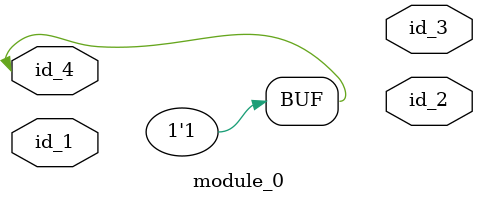
<source format=v>
module module_0 (
    id_1,
    id_2,
    id_3,
    id_4
);
  inout id_4;
  output id_3;
  output id_2;
  input id_1;
  assign id_4[1] = 1;
  assign id_2[1] = id_1;
  supply1 id_4;
endmodule

</source>
